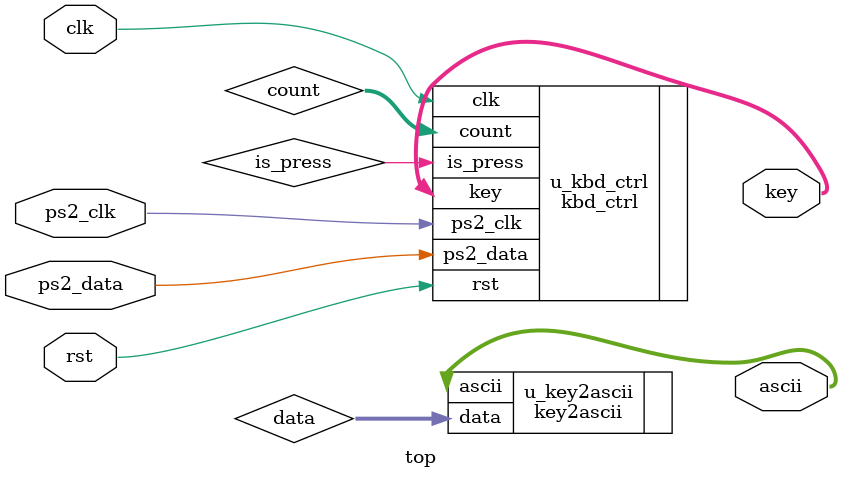
<source format=v>
`timescale 1ns / 1ps
module top(
        input clk,
        input rst,
        input ps2_clk,
        input ps2_data,
        output [7:0] key,
        output [7:0] ascii
    );

    wire is_press;
    wire [7:0] count;

    kbd_ctrl u_kbd_ctrl(
                 .clk        	( clk         ),
                 .rst       	( rst         ),
                 .ps2_clk    	( ps2_clk     ),
                 .ps2_data   	( ps2_data    ),
                 .is_press 	    ( is_press    ),
                 .count         ( count       ),
                 .key           ( key         )
             );

    wire [7:0] data;

    key2ascii u_key2ascii(
                  .data   	( data    ),
                  .ascii 	( ascii   )
              );

    wire [3:0] b;
    wire [7:0] h;

    hex7seg u_hex7seg(
                .b 	( b  ),
                .h 	( h  )
            );


endmodule

</source>
